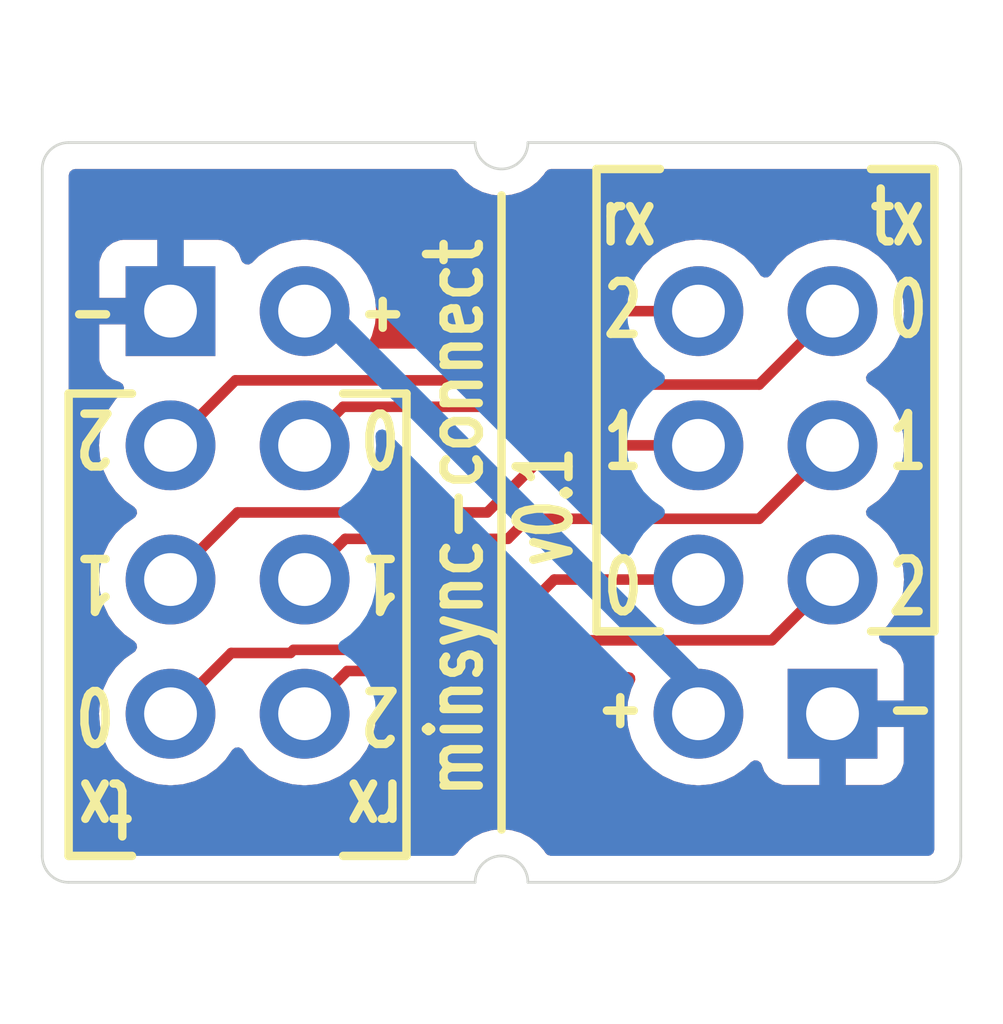
<source format=kicad_pcb>
(kicad_pcb (version 20240108) (generator "pcbnew") (generator_version "8.0")
  (layers (0 "F.Cu" signal) (31 "B.Cu" signal) (34 "B.Paste" user) (35 "F.Paste" user) (36 "B.SilkS" user "B.Silkscreen") (37 "F.SilkS" user "F.Silkscreen") (38 "B.Mask" user) (39 "F.Mask" user) (44 "Edge.Cuts" user))
  (net 0 "")
  (net 1 "/L_RX2")
  (net 2 "/L_TX1")
  (net 3 "/L_RX1")
  (net 4 "/L_TX2")
  (net 5 "/L_TX0")
  (net 6 "/L_RX0")
  (net 7 "GND")
  (net 8 "+5V")
  (footprint "RP2040_minimal_r2:pitopi_and_power" (layer "F.Cu") (at 150 40 180)
    (property "Reference" "J1" (hide yes))
    (property "Value" "Left")
    (fp_line (start 3.2 2.25) (end 2 2.25) (stroke (width 0.16)) (layer "F.SilkS"))
    (fp_line (start 3.2 -6.5) (end 3.2 2.25) (stroke (width 0.16)) (layer "F.SilkS"))
    (fp_line (start 3.2 -6.5) (end 2 -6.5) (stroke (width 0.16)) (layer "F.SilkS"))
    (fp_line (start 2.492 3.75) (end 3 3.75) (stroke (width 0.16)) (layer "F.SilkS"))
    (fp_line (start -2.75 4.004) (end -2.75 3.496) (stroke (width 0.16)) (layer "F.SilkS"))
    (fp_line (start -3.004 3.75) (end -2.496 3.75) (stroke (width 0.16)) (layer "F.SilkS"))
    (fp_line (start -3.2 2.25) (end -2 2.25) (stroke (width 0.16)) (layer "F.SilkS"))
    (fp_line (start -3.2 -6.5) (end -2 -6.5) (stroke (width 0.16)) (layer "F.SilkS"))
    (fp_line (start -3.2 -6.5) (end -3.2 2.25) (stroke (width 0.16)) (layer "F.SilkS"))
    (fp_text user "1" (at 2.7 -0.75 180) (layer "F.SilkS") (effects (font (size 1 0.7) (thickness 0.16) (bold yes)) (justify bottom)))
    (fp_text user "0" (at 2.7 -3.25 180) (layer "F.SilkS") (effects (font (size 1 0.7) (thickness 0.16) (bold yes)) (justify bottom)))
    (fp_text user "2" (at -2.7 -3.25 180) (layer "F.SilkS") (effects (font (size 1 0.7) (thickness 0.16) (bold yes)) (justify bottom)))
    (fp_text user "0" (at -2.7 2 180) (layer "F.SilkS") (effects (font (size 1 0.7) (thickness 0.16) (bold yes)) (justify bottom)))
    (fp_text user "1" (at -2.7 -0.75 180) (layer "F.SilkS") (effects (font (size 1 0.7) (thickness 0.16) (bold yes)) (justify bottom)))
    (fp_text user "2" (at 2.7 2 180) (layer "F.SilkS") (effects (font (size 1 0.7) (thickness 0.16) (bold yes)) (justify bottom)))
    (fp_text user "tx" (at 2.5 -5 180) (layer "F.SilkS") (effects (font (size 1 0.7) (thickness 0.16) (bold yes)) (justify bottom)))
    (fp_text user "rx" (at -2.6 -5 180) (layer "F.SilkS") (effects (font (size 1 0.7) (thickness 0.16) (bold yes)) (justify bottom)))
    (pad "1" thru_hole rect (at 1.27 3.81 180) (size 1.7 1.7) (drill 1) (layers "*.Cu" "*.Mask") (net 7 "GND"))
    (pad "2" thru_hole circle (at -1.27 3.81 180) (size 1.7 1.7) (drill 1) (layers "*.Cu" "*.Mask") (net 8 "+5V"))
    (pad "3" thru_hole circle (at 1.27 1.27 180) (size 1.7 1.7) (drill 1) (layers "*.Cu" "*.Mask") (net 4 "/L_TX2"))
    (pad "4" thru_hole circle (at -1.27 1.27 180) (size 1.7 1.7) (drill 1) (layers "*.Cu" "*.Mask") (net 6 "/L_RX0"))
    (pad "5" thru_hole circle (at 1.27 -1.27 180) (size 1.7 1.7) (drill 1) (layers "*.Cu" "*.Mask") (net 2 "/L_TX1"))
    (pad "6" thru_hole circle (at -1.27 -1.27 180) (size 1.7 1.7) (drill 1) (layers "*.Cu" "*.Mask") (net 3 "/L_RX1"))
    (pad "7" thru_hole circle (at 1.27 -3.81 180) (size 1.7 1.7) (drill 1) (layers "*.Cu" "*.Mask") (net 5 "/L_TX0"))
    (pad "8" thru_hole circle (at -1.27 -3.81 180) (size 1.7 1.7) (drill 1) (layers "*.Cu" "*.Mask") (net 1 "/L_RX2"))
  )
  (footprint "RP2040_minimal_r2:pitopi_and_power" (layer "F.Cu") (at 160 40)
    (property "Reference" "J2" (hide yes))
    (property "Value" "Right")
    (fp_line (start -3.2 -6.5) (end -3.2 2.25) (stroke (width 0.16)) (layer "F.SilkS"))
    (fp_line (start -3.2 -6.5) (end -2 -6.5) (stroke (width 0.16)) (layer "F.SilkS"))
    (fp_line (start -3.2 2.25) (end -2 2.25) (stroke (width 0.16)) (layer "F.SilkS"))
    (fp_line (start -3.004 3.75) (end -2.496 3.75) (stroke (width 0.16)) (layer "F.SilkS"))
    (fp_line (start -2.75 4.004) (end -2.75 3.496) (stroke (width 0.16)) (layer "F.SilkS"))
    (fp_line (start 2.492 3.75) (end 3 3.75) (stroke (width 0.16)) (layer "F.SilkS"))
    (fp_line (start 3.2 -6.5) (end 2 -6.5) (stroke (width 0.16)) (layer "F.SilkS"))
    (fp_line (start 3.2 -6.5) (end 3.2 2.25) (stroke (width 0.16)) (layer "F.SilkS"))
    (fp_line (start 3.2 2.25) (end 2 2.25) (stroke (width 0.16)) (layer "F.SilkS"))
    (fp_text user "0" (at -2.7 2 0) (layer "F.SilkS") (effects (font (size 1 0.7) (thickness 0.16) (bold yes)) (justify bottom)))
    (fp_text user "tx" (at 2.5 -5 0) (layer "F.SilkS") (effects (font (size 1 0.7) (thickness 0.16) (bold yes)) (justify bottom)))
    (fp_text user "0" (at 2.7 -3.25 0) (layer "F.SilkS") (effects (font (size 1 0.7) (thickness 0.16) (bold yes)) (justify bottom)))
    (fp_text user "rx" (at -2.6 -5 0) (layer "F.SilkS") (effects (font (size 1 0.7) (thickness 0.16) (bold yes)) (justify bottom)))
    (fp_text user "1" (at -2.7 -0.75 0) (layer "F.SilkS") (effects (font (size 1 0.7) (thickness 0.16) (bold yes)) (justify bottom)))
    (fp_text user "2" (at 2.7 2 0) (layer "F.SilkS") (effects (font (size 1 0.7) (thickness 0.16) (bold yes)) (justify bottom)))
    (fp_text user "2" (at -2.7 -3.25 0) (layer "F.SilkS") (effects (font (size 1 0.7) (thickness 0.16) (bold yes)) (justify bottom)))
    (fp_text user "1" (at 2.7 -0.75 0) (layer "F.SilkS") (effects (font (size 1 0.7) (thickness 0.16) (bold yes)) (justify bottom)))
    (pad "1" thru_hole rect (at 1.27 3.81) (size 1.7 1.7) (drill 1) (layers "*.Cu" "*.Mask") (net 7 "GND"))
    (pad "2" thru_hole circle (at -1.27 3.81) (size 1.7 1.7) (drill 1) (layers "*.Cu" "*.Mask") (net 8 "+5V"))
    (pad "3" thru_hole circle (at 1.27 1.27) (size 1.7 1.7) (drill 1) (layers "*.Cu" "*.Mask") (net 1 "/L_RX2"))
    (pad "4" thru_hole circle (at -1.27 1.27) (size 1.7 1.7) (drill 1) (layers "*.Cu" "*.Mask") (net 5 "/L_TX0"))
    (pad "5" thru_hole circle (at 1.27 -1.27) (size 1.7 1.7) (drill 1) (layers "*.Cu" "*.Mask") (net 3 "/L_RX1"))
    (pad "6" thru_hole circle (at -1.27 -1.27) (size 1.7 1.7) (drill 1) (layers "*.Cu" "*.Mask") (net 2 "/L_TX1"))
    (pad "7" thru_hole circle (at 1.27 -3.81) (size 1.7 1.7) (drill 1) (layers "*.Cu" "*.Mask") (net 6 "/L_RX0"))
    (pad "8" thru_hole circle (at -1.27 -3.81) (size 1.7 1.7) (drill 1) (layers "*.Cu" "*.Mask") (net 4 "/L_TX2"))
  )
  (gr_line (start 155 34) (end 155 46) (stroke (width 0.16)) (layer "F.SilkS"))
  (gr_line (start 146.3 46.5) (end 146.3 33.5) (stroke (width 0.05)) (layer "Edge.Cuts"))
  (gr_arc (start 163.2 33) (mid 163.553553 33.146447) (end 163.7 33.5) (stroke (width 0.05)) (layer "Edge.Cuts"))
  (gr_line (start 155.5 47) (end 163.2 47) (stroke (width 0.05)) (layer "Edge.Cuts"))
  (gr_arc (start 154.5 47) (mid 155 46.5) (end 155.5 47) (stroke (width 0.05)) (layer "Edge.Cuts"))
  (gr_arc (start 146.8 47) (mid 146.446447 46.853553) (end 146.3 46.5) (stroke (width 0.05)) (layer "Edge.Cuts"))
  (gr_arc (start 163.7 46.5) (mid 163.553553 46.853553) (end 163.2 47) (stroke (width 0.05)) (layer "Edge.Cuts"))
  (gr_arc (start 155.5 33) (mid 155 33.5) (end 154.5 33) (stroke (width 0.05)) (layer "Edge.Cuts"))
  (gr_line (start 163.2 33) (end 155.5 33) (stroke (width 0.05)) (layer "Edge.Cuts"))
  (gr_arc (start 146.3 33.5) (mid 146.446447 33.146447) (end 146.8 33) (stroke (width 0.05)) (layer "Edge.Cuts"))
  (gr_line (start 163.7 33.5) (end 163.7 46.5) (stroke (width 0.05)) (layer "Edge.Cuts"))
  (gr_line (start 154.5 47) (end 146.8 47) (stroke (width 0.05)) (layer "Edge.Cuts"))
  (gr_line (start 154.5 33) (end 146.8 33) (stroke (width 0.05)) (layer "Edge.Cuts"))
  (gr_text "v0.1" (at 156.4 41.1 90) (layer "F.SilkS") (effects (font (size 1 0.7) (thickness 0.16) (bold yes)) (justify left bottom)))
  (gr_text "minsync-connect" (at 154.7 40.1 90) (layer "F.SilkS") (effects (font (size 1 0.8) (thickness 0.16) (bold yes)) (justify bottom)))
  (segment (start 155.5 42.42) (end 160.12 42.42) (width 0.2) (layer "F.Cu") (net 1))
  (segment (start 160.12 42.42) (end 161.27 41.27) (width 0.2) (layer "F.Cu") (net 1))
  (segment (start 154.92 43) (end 155.5 42.42) (width 0.2) (layer "F.Cu") (net 1))
  (segment (start 151.27 43.81) (end 152.08 43) (width 0.2) (layer "F.Cu") (net 1))
  (segment (start 152.08 43) (end 154.92 43) (width 0.2) (layer "F.Cu") (net 1))
  (segment (start 148.73 41.27) (end 150 40) (width 0.2) (layer "F.Cu") (net 2))
  (segment (start 150 40) (end 154.73 40) (width 0.2) (layer "F.Cu") (net 2))
  (segment (start 154.73 40) (end 156 38.73) (width 0.2) (layer "F.Cu") (net 2))
  (segment (start 156 38.73) (end 158.73 38.73) (width 0.2) (layer "F.Cu") (net 2))
  (segment (start 151.27 41.27) (end 152.04 40.5) (width 0.2) (layer "F.Cu") (net 3))
  (segment (start 152.04 40.5) (end 155.12 40.5) (width 0.2) (layer "F.Cu") (net 3))
  (segment (start 159.88 40.12) (end 161.27 38.73) (width 0.2) (layer "F.Cu") (net 3))
  (segment (start 155.5 40.12) (end 159.88 40.12) (width 0.2) (layer "F.Cu") (net 3))
  (segment (start 155.12 40.5) (end 155.5 40.12) (width 0.2) (layer "F.Cu") (net 3))
  (segment (start 156 36.19) (end 158.73 36.19) (width 0.2) (layer "F.Cu") (net 4))
  (segment (start 149.96 37.5) (end 154.69 37.5) (width 0.2) (layer "F.Cu") (net 4))
  (segment (start 154.69 37.5) (end 156 36.19) (width 0.2) (layer "F.Cu") (net 4))
  (segment (start 148.73 38.73) (end 149.96 37.5) (width 0.2) (layer "F.Cu") (net 4))
  (segment (start 154.67 42.6) (end 156 41.27) (width 0.2) (layer "F.Cu") (net 5))
  (segment (start 148.73 43.81) (end 149.88 42.66) (width 0.2) (layer "F.Cu") (net 5))
  (segment (start 151 42.66) (end 151.06 42.6) (width 0.2) (layer "F.Cu") (net 5))
  (segment (start 149.88 42.66) (end 151 42.66) (width 0.2) (layer "F.Cu") (net 5))
  (segment (start 151.06 42.6) (end 154.67 42.6) (width 0.2) (layer "F.Cu") (net 5))
  (segment (start 156 41.27) (end 158.73 41.27) (width 0.2) (layer "F.Cu") (net 5))
  (segment (start 155.08 38) (end 155.5 37.58) (width 0.2) (layer "F.Cu") (net 6))
  (segment (start 151.27 38.73) (end 152 38) (width 0.2) (layer "F.Cu") (net 6))
  (segment (start 155.5 37.58) (end 159.88 37.58) (width 0.2) (layer "F.Cu") (net 6))
  (segment (start 159.88 37.58) (end 161.27 36.19) (width 0.2) (layer "F.Cu") (net 6))
  (segment (start 152 38) (end 155.08 38) (width 0.2) (layer "F.Cu") (net 6))
  (segment (start 159.23 43.81) (end 151.61 36.19) (width 0.5) (layer "B.Cu") (net 8))
  (segment (start 151.61 36.19) (end 151.27 36.19) (width 0.2) (layer "B.Cu") (net 8))
  (zone (net 7) (net_name "GND") (layers "F&B.Cu") (connect_pads (clearance 0.5)) (min_thickness 0.25) (fill yes (thermal_gap 0.5) (thermal_bridge_width 0.5))
    (polygon (pts (xy 164.5 32) (xy 145.5 32) (xy 145.5 47.5) (xy 164.5 47.5)))
  )
)
</source>
